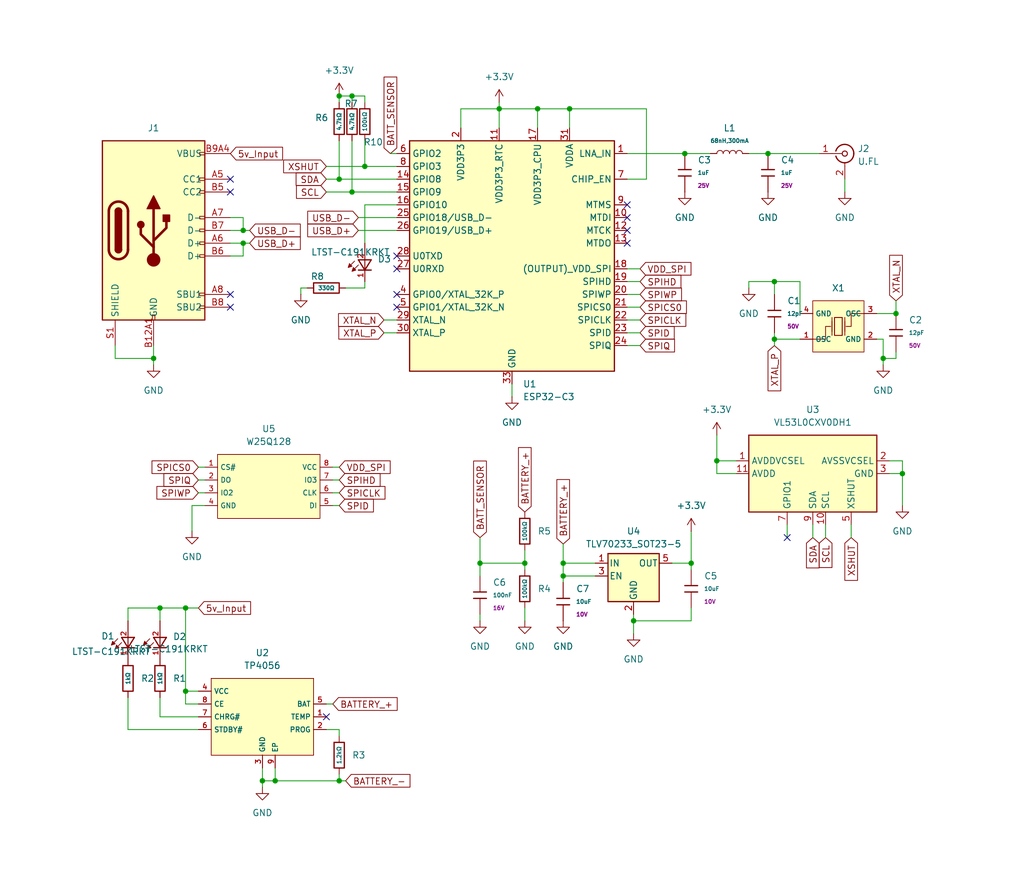
<source format=kicad_sch>
(kicad_sch (version 20250114) (generator "eeschema") (generator_version "9.0")
  (paper "User" 203.2 177.8)
  (junction (at 54.61 154.94))
  (junction (at 113.03 21.59))
  (junction (at 48.26 45.72))
  (junction (at 153.67 55.88))
  (junction (at 135.89 30.48))
  (junction (at 153.67 67.31))
  (junction (at 69.85 38.1))
  (junction (at 30.48 71.12))
  (junction (at 69.85 19.05))
  (junction (at 95.25 111.76))
  (junction (at 31.75 120.65))
  (junction (at 177.8 62.23))
  (junction (at 106.68 21.59))
  (junction (at 142.24 91.44))
  (junction (at 67.31 19.05))
  (junction (at 125.73 123.19))
  (junction (at 111.76 111.76))
  (junction (at 67.31 35.56))
  (junction (at 72.39 33.02))
  (junction (at 99.06 21.59))
  (junction (at 137.16 111.76))
  (junction (at 104.14 111.76))
  (junction (at 179.07 93.98))
  (junction (at 36.83 137.16))
  (junction (at 175.26 71.12))
  (junction (at 67.31 154.94))
  (junction (at 52.07 154.94))
  (junction (at 36.83 120.65))
  (junction (at 48.26 48.26))
  (junction (at 111.76 114.3))
  (junction (at 152.4 30.48))
  (no_connect (at 45.72 58.42))
  (no_connect (at 78.74 58.42))
  (no_connect (at 124.46 40.64))
  (no_connect (at 45.72 60.96))
  (no_connect (at 124.46 45.72))
  (no_connect (at 156.21 106.68))
  (no_connect (at 64.77 142.24))
  (no_connect (at 78.74 53.34))
  (no_connect (at 124.46 43.18))
  (no_connect (at 78.74 60.96))
  (no_connect (at 124.46 48.26))
  (no_connect (at 45.72 38.1))
  (no_connect (at 45.72 35.56))
  (no_connect (at 78.74 50.8))
  (wire (pts (xy 111.76 114.3) (xy 118.11 114.3)))
  (wire (pts (xy 45.72 43.18) (xy 48.26 43.18)))
  (wire (pts (xy 175.26 71.12) (xy 177.8 71.12)))
  (wire (pts (xy 142.24 91.44) (xy 142.24 86.36)))
  (wire (pts (xy 72.39 33.02) (xy 78.74 33.02)))
  (wire (pts (xy 60.96 57.15) (xy 59.69 57.15)))
  (wire (pts (xy 153.67 55.88) (xy 158.75 55.88)))
  (wire (pts (xy 39.37 97.79) (xy 40.64 97.79)))
  (wire (pts (xy 52.07 152.4) (xy 52.07 154.94)))
  (wire (pts (xy 67.31 153.67) (xy 67.31 154.94)))
  (wire (pts (xy 156.21 104.14) (xy 156.21 106.68)))
  (wire (pts (xy 142.24 91.44) (xy 146.05 91.44)))
  (wire (pts (xy 95.25 111.76) (xy 104.14 111.76)))
  (wire (pts (xy 48.26 50.8) (xy 48.26 48.26)))
  (wire (pts (xy 78.74 40.64) (xy 72.39 40.64)))
  (wire (pts (xy 69.85 19.05) (xy 67.31 19.05)))
  (wire (pts (xy 125.73 125.73) (xy 125.73 123.19)))
  (wire (pts (xy 66.04 100.33) (xy 67.31 100.33)))
  (wire (pts (xy 38.1 100.33) (xy 38.1 105.41)))
  (wire (pts (xy 69.85 20.32) (xy 69.85 19.05)))
  (wire (pts (xy 167.64 35.56) (xy 167.64 38.1)))
  (wire (pts (xy 148.59 30.48) (xy 152.4 30.48)))
  (wire (pts (xy 76.2 63.5) (xy 78.74 63.5)))
  (wire (pts (xy 161.29 104.14) (xy 161.29 106.68)))
  (wire (pts (xy 71.12 45.72) (xy 78.74 45.72)))
  (wire (pts (xy 148.59 55.88) (xy 148.59 57.15)))
  (wire (pts (xy 64.77 144.78) (xy 67.31 144.78)))
  (wire (pts (xy 168.91 104.14) (xy 168.91 106.68)))
  (wire (pts (xy 163.83 104.14) (xy 163.83 106.68)))
  (wire (pts (xy 111.76 107.95) (xy 111.76 111.76)))
  (wire (pts (xy 124.46 58.42) (xy 127 58.42)))
  (wire (pts (xy 48.26 45.72) (xy 49.53 45.72)))
  (wire (pts (xy 99.06 21.59) (xy 99.06 25.4)))
  (wire (pts (xy 158.75 62.23) (xy 158.75 55.88)))
  (wire (pts (xy 153.67 66.04) (xy 153.67 67.31)))
  (wire (pts (xy 25.4 144.78) (xy 39.37 144.78)))
  (wire (pts (xy 146.05 93.98) (xy 142.24 93.98)))
  (wire (pts (xy 124.46 60.96) (xy 127 60.96)))
  (wire (pts (xy 72.39 55.88) (xy 72.39 57.15)))
  (wire (pts (xy 66.04 95.25) (xy 67.31 95.25)))
  (wire (pts (xy 72.39 57.15) (xy 68.58 57.15)))
  (wire (pts (xy 175.26 67.31) (xy 175.26 71.12)))
  (wire (pts (xy 64.77 38.1) (xy 69.85 38.1)))
  (wire (pts (xy 67.31 35.56) (xy 78.74 35.56)))
  (wire (pts (xy 25.4 120.65) (xy 31.75 120.65)))
  (wire (pts (xy 104.14 120.65) (xy 104.14 123.19)))
  (wire (pts (xy 67.31 27.94) (xy 67.31 35.56)))
  (wire (pts (xy 66.04 97.79) (xy 67.31 97.79)))
  (wire (pts (xy 31.75 120.65) (xy 36.83 120.65)))
  (wire (pts (xy 52.07 154.94) (xy 52.07 156.21)))
  (wire (pts (xy 22.86 68.58) (xy 22.86 71.12)))
  (wire (pts (xy 64.77 35.56) (xy 67.31 35.56)))
  (wire (pts (xy 30.48 71.12) (xy 30.48 72.39)))
  (wire (pts (xy 48.26 43.18) (xy 48.26 45.72)))
  (wire (pts (xy 106.68 21.59) (xy 106.68 25.4)))
  (wire (pts (xy 69.85 19.05) (xy 72.39 19.05)))
  (wire (pts (xy 124.46 35.56) (xy 128.27 35.56)))
  (wire (pts (xy 30.48 68.58) (xy 30.48 71.12)))
  (wire (pts (xy 91.44 21.59) (xy 91.44 25.4)))
  (wire (pts (xy 31.75 120.65) (xy 31.75 123.19)))
  (wire (pts (xy 72.39 20.32) (xy 72.39 19.05)))
  (wire (pts (xy 45.72 50.8) (xy 48.26 50.8)))
  (wire (pts (xy 31.75 138.43) (xy 31.75 142.24)))
  (wire (pts (xy 39.37 92.71) (xy 40.64 92.71)))
  (wire (pts (xy 59.69 57.15) (xy 59.69 58.42)))
  (wire (pts (xy 95.25 106.68) (xy 95.25 111.76)))
  (wire (pts (xy 69.85 38.1) (xy 78.74 38.1)))
  (wire (pts (xy 104.14 109.22) (xy 104.14 111.76)))
  (wire (pts (xy 152.4 30.48) (xy 162.56 30.48)))
  (wire (pts (xy 54.61 154.94) (xy 52.07 154.94)))
  (wire (pts (xy 176.53 93.98) (xy 179.07 93.98)))
  (wire (pts (xy 39.37 120.65) (xy 36.83 120.65)))
  (wire (pts (xy 66.04 92.71) (xy 67.31 92.71)))
  (wire (pts (xy 67.31 154.94) (xy 68.58 154.94)))
  (wire (pts (xy 67.31 154.94) (xy 54.61 154.94)))
  (wire (pts (xy 54.61 152.4) (xy 54.61 154.94)))
  (wire (pts (xy 124.46 66.04) (xy 127 66.04)))
  (wire (pts (xy 39.37 139.7) (xy 36.83 139.7)))
  (wire (pts (xy 128.27 21.59) (xy 113.03 21.59)))
  (wire (pts (xy 31.75 142.24) (xy 39.37 142.24)))
  (wire (pts (xy 39.37 137.16) (xy 36.83 137.16)))
  (wire (pts (xy 22.86 71.12) (xy 30.48 71.12)))
  (wire (pts (xy 124.46 68.58) (xy 127 68.58)))
  (wire (pts (xy 95.25 111.76) (xy 95.25 114.3)))
  (wire (pts (xy 48.26 48.26) (xy 49.53 48.26)))
  (wire (pts (xy 45.72 48.26) (xy 48.26 48.26)))
  (wire (pts (xy 72.39 40.64) (xy 72.39 48.26)))
  (wire (pts (xy 104.14 111.76) (xy 104.14 113.03)))
  (wire (pts (xy 153.67 67.31) (xy 158.75 67.31)))
  (wire (pts (xy 133.35 111.76) (xy 137.16 111.76)))
  (wire (pts (xy 111.76 115.57) (xy 111.76 114.3)))
  (wire (pts (xy 95.25 121.92) (xy 95.25 123.19)))
  (wire (pts (xy 40.64 100.33) (xy 38.1 100.33)))
  (wire (pts (xy 106.68 21.59) (xy 99.06 21.59)))
  (wire (pts (xy 179.07 91.44) (xy 179.07 93.98)))
  (wire (pts (xy 173.99 62.23) (xy 177.8 62.23)))
  (wire (pts (xy 36.83 137.16) (xy 36.83 120.65)))
  (wire (pts (xy 125.73 121.92) (xy 125.73 123.19)))
  (wire (pts (xy 153.67 55.88) (xy 148.59 55.88)))
  (wire (pts (xy 177.8 69.85) (xy 177.8 71.12)))
  (wire (pts (xy 113.03 21.59) (xy 106.68 21.59)))
  (wire (pts (xy 25.4 138.43) (xy 25.4 144.78)))
  (wire (pts (xy 71.12 43.18) (xy 78.74 43.18)))
  (wire (pts (xy 111.76 114.3) (xy 111.76 111.76)))
  (wire (pts (xy 39.37 95.25) (xy 40.64 95.25)))
  (wire (pts (xy 124.46 63.5) (xy 127 63.5)))
  (wire (pts (xy 153.67 58.42) (xy 153.67 55.88)))
  (wire (pts (xy 137.16 123.19) (xy 125.73 123.19)))
  (wire (pts (xy 76.2 66.04) (xy 78.74 66.04)))
  (wire (pts (xy 124.46 30.48) (xy 135.89 30.48)))
  (wire (pts (xy 176.53 91.44) (xy 179.07 91.44)))
  (wire (pts (xy 69.85 27.94) (xy 69.85 38.1)))
  (wire (pts (xy 77.47 30.48) (xy 78.74 30.48)))
  (wire (pts (xy 64.77 139.7) (xy 66.04 139.7)))
  (wire (pts (xy 101.6 76.2) (xy 101.6 78.74)))
  (wire (pts (xy 179.07 93.98) (xy 179.07 100.33)))
  (wire (pts (xy 124.46 55.88) (xy 127 55.88)))
  (wire (pts (xy 175.26 71.12) (xy 175.26 72.39)))
  (wire (pts (xy 137.16 111.76) (xy 137.16 113.03)))
  (wire (pts (xy 111.76 111.76) (xy 118.11 111.76)))
  (wire (pts (xy 128.27 35.56) (xy 128.27 21.59)))
  (wire (pts (xy 113.03 25.4) (xy 113.03 21.59)))
  (wire (pts (xy 137.16 120.65) (xy 137.16 123.19)))
  (wire (pts (xy 67.31 144.78) (xy 67.31 146.05)))
  (wire (pts (xy 99.06 21.59) (xy 91.44 21.59)))
  (wire (pts (xy 135.89 30.48) (xy 140.97 30.48)))
  (wire (pts (xy 173.99 67.31) (xy 175.26 67.31)))
  (wire (pts (xy 67.31 20.32) (xy 67.31 19.05)))
  (wire (pts (xy 99.06 20.32) (xy 99.06 21.59)))
  (wire (pts (xy 36.83 139.7) (xy 36.83 137.16)))
  (wire (pts (xy 137.16 111.76) (xy 137.16 105.41)))
  (wire (pts (xy 142.24 93.98) (xy 142.24 91.44)))
  (wire (pts (xy 64.77 33.02) (xy 72.39 33.02)))
  (wire (pts (xy 25.4 123.19) (xy 25.4 120.65)))
  (wire (pts (xy 177.8 59.69) (xy 177.8 62.23)))
  (wire (pts (xy 124.46 53.34) (xy 127 53.34)))
  (wire (pts (xy 72.39 27.94) (xy 72.39 33.02)))
  (wire (pts (xy 45.72 45.72) (xy 48.26 45.72)))
  (wire (pts (xy 153.67 68.58) (xy 153.67 67.31)))
  (global_label "XSHUT" (shape input) (at 168.91 106.68 270) (property "Intersheetrefs" "${INTERSHEET_REFS}" (effects (hide yes))))
  (global_label "SCL" (shape input) (at 163.83 106.68 270) (property "Intersheetrefs" "${INTERSHEET_REFS}" (effects (hide yes))))
  (global_label "SCL" (shape input) (at 64.77 38.1 180) (property "Intersheetrefs" "${INTERSHEET_REFS}" (effects (hide yes))))
  (global_label "BATTERY_+" (shape input) (at 111.76 107.95 90) (property "Intersheetrefs" "${INTERSHEET_REFS}" (effects (hide yes))))
  (global_label "SPIHD" (shape input) (at 127 55.88 0) (property "Intersheetrefs" "${INTERSHEET_REFS}" (effects (hide yes))))
  (global_label "BATTERY_-" (shape input) (at 68.58 154.94 0) (property "Intersheetrefs" "${INTERSHEET_REFS}" (effects (hide yes))))
  (global_label "SDA" (shape input) (at 161.29 106.68 270) (property "Intersheetrefs" "${INTERSHEET_REFS}" (effects (hide yes))))
  (global_label "SDA" (shape input) (at 64.77 35.56 180) (property "Intersheetrefs" "${INTERSHEET_REFS}" (effects (hide yes))))
  (global_label "SPIHD" (shape input) (at 67.31 95.25 0) (property "Intersheetrefs" "${INTERSHEET_REFS}" (effects (hide yes))))
  (global_label "5v_Input" (shape input) (at 45.72 30.48 0) (property "Intersheetrefs" "${INTERSHEET_REFS}" (effects (hide yes))))
  (global_label "XTAL_N" (shape input) (at 76.2 63.5 180) (property "Intersheetrefs" "${INTERSHEET_REFS}" (effects (hide yes))))
  (global_label "VDD_SPI" (shape input) (at 67.31 92.71 0) (property "Intersheetrefs" "${INTERSHEET_REFS}" (effects (hide yes))))
  (global_label "BATTERY_+" (shape input) (at 104.14 101.6 90) (property "Intersheetrefs" "${INTERSHEET_REFS}" (effects (hide yes))))
  (global_label "XTAL_N" (shape input) (at 177.8 59.69 90) (property "Intersheetrefs" "${INTERSHEET_REFS}" (effects (hide yes))))
  (global_label "USB_D-" (shape input) (at 49.53 45.72 0) (property "Intersheetrefs" "${INTERSHEET_REFS}" (effects (hide yes))))
  (global_label "5v_Input" (shape input) (at 39.37 120.65 0) (property "Intersheetrefs" "${INTERSHEET_REFS}" (effects (hide yes))))
  (global_label "XTAL_P" (shape input) (at 153.67 68.58 270) (property "Intersheetrefs" "${INTERSHEET_REFS}" (effects (hide yes))))
  (global_label "SPIWP" (shape input) (at 127 58.42 0) (property "Intersheetrefs" "${INTERSHEET_REFS}" (effects (hide yes))))
  (global_label "USB_D-" (shape input) (at 71.12 43.18 180) (property "Intersheetrefs" "${INTERSHEET_REFS}" (effects (hide yes))))
  (global_label "BATTERY_+" (shape input) (at 66.04 139.7 0) (property "Intersheetrefs" "${INTERSHEET_REFS}" (effects (hide yes))))
  (global_label "SPID" (shape input) (at 67.31 100.33 0) (property "Intersheetrefs" "${INTERSHEET_REFS}" (effects (hide yes))))
  (global_label "BATT_SENSOR" (shape input) (at 77.47 30.48 90) (property "Intersheetrefs" "${INTERSHEET_REFS}" (effects (hide yes))))
  (global_label "SPIQ" (shape input) (at 127 68.58 0) (property "Intersheetrefs" "${INTERSHEET_REFS}" (effects (hide yes))))
  (global_label "SPID" (shape input) (at 127 66.04 0) (property "Intersheetrefs" "${INTERSHEET_REFS}" (effects (hide yes))))
  (global_label "SPICS0" (shape input) (at 127 60.96 0) (property "Intersheetrefs" "${INTERSHEET_REFS}" (effects (hide yes))))
  (global_label "USB_D+" (shape input) (at 71.12 45.72 180) (property "Intersheetrefs" "${INTERSHEET_REFS}" (effects (hide yes))))
  (global_label "SPICLK" (shape input) (at 67.31 97.79 0) (property "Intersheetrefs" "${INTERSHEET_REFS}" (effects (hide yes))))
  (global_label "SPIWP" (shape input) (at 39.37 97.79 180) (property "Intersheetrefs" "${INTERSHEET_REFS}" (effects (hide yes))))
  (global_label "SPICS0" (shape input) (at 39.37 92.71 180) (property "Intersheetrefs" "${INTERSHEET_REFS}" (effects (hide yes))))
  (global_label "XSHUT" (shape input) (at 64.77 33.02 180) (property "Intersheetrefs" "${INTERSHEET_REFS}" (effects (hide yes))))
  (global_label "USB_D+" (shape input) (at 49.53 48.26 0) (property "Intersheetrefs" "${INTERSHEET_REFS}" (effects (hide yes))))
  (global_label "SPIQ" (shape input) (at 39.37 95.25 180) (property "Intersheetrefs" "${INTERSHEET_REFS}" (effects (hide yes))))
  (global_label "BATT_SENSOR" (shape input) (at 95.25 106.68 90) (property "Intersheetrefs" "${INTERSHEET_REFS}" (effects (hide yes))))
  (global_label "SPICLK" (shape input) (at 127 63.5 0) (property "Intersheetrefs" "${INTERSHEET_REFS}" (effects (hide yes))))
  (global_label "VDD_SPI" (shape input) (at 127 53.34 0) (property "Intersheetrefs" "${INTERSHEET_REFS}" (effects (hide yes))))
  (global_label "XTAL_P" (shape input) (at 76.2 66.04 180) (property "Intersheetrefs" "${INTERSHEET_REFS}" (effects (hide yes))))
  (symbol (lib_id "power:GND") (at 30.48 72.39 0) (unit 1)
    (property "Reference" "#PWR01" (effects (hide yes)))
    (property "Value" "GND" (at 30.48 77.47 0))
    (property "Description" "Power symbol creates a global label with name \"GND\" , ground" (effects (hide yes)))
  )
  (symbol (lib_id "PCM_JLCPCB-Resistors:0402,4.7kΩ") (at 67.31 24.13 0) (unit 1)
    (property "Reference" "R6" (at 62.484 23.368 0) (effects (justify left)))
    (property "Value" "4.7kΩ" (at 67.31 24.13 90) (effects (font (size 0.8 0.8))))
    (property "Footprint" "PCM_JLCPCB:R_0402" (effects (hide yes)))
    (property "Datasheet" "https://www.lcsc.com/datasheet/lcsc_datasheet_2206010045_UNI-ROYAL-Uniroyal-Elec-0402WGF4701TCE_C25900.pdf" (effects (hide yes)))
    (property "Description" "62.5mW Thick Film Resistors 50V ±100ppm/°C ±1% 4.7kΩ 0402 Chip Resistor - Surface Mount ROHS" (effects (hide yes)))
    (property "LCSC" "C25900" (effects (hide yes)))
    (property "Stock" "7644059" (effects (hide yes)))
    (property "Price" "0.004USD" (effects (hide yes)))
    (property "Process" "SMT" (effects (hide yes)))
    (property "Minimum Qty" "20" (effects (hide yes)))
    (property "Attrition Qty" "10" (effects (hide yes)))
    (property "Class" "Basic Component" (effects (hide yes)))
    (property "Category" "Resistors,Chip Resistor - Surface Mount" (effects (hide yes)))
    (property "Manufacturer" "UNI-ROYAL(Uniroyal Elec)" (effects (hide yes)))
    (property "Part" "0402WGF4701TCE" (effects (hide yes)))
    (property "Resistance" "4.7kΩ" (effects (hide yes)))
    (property "Power(Watts)" "62.5mW" (effects (hide yes)))
    (property "Type" "Thick Film Resistors" (effects (hide yes)))
    (property "Overload Voltage (Max)" "50V" (effects (hide yes)))
    (property "Operating Temperature Range" "-55°C~+155°C" (effects (hide yes)))
    (property "Tolerance" "±1%" (effects (hide yes)))
    (property "Temperature Coefficient" "±100ppm/°C" (effects (hide yes)))
  )
  (symbol (lib_id "PCM_JLCPCB-Resistors:0402,100kΩ") (at 104.14 116.84 0) (unit 1)
    (property "Reference" "R4" (at 106.68 116.8399 0) (effects (justify left)))
    (property "Value" "100kΩ" (at 104.14 116.84 90) (effects (font (size 0.8 0.8))))
    (property "Footprint" "PCM_JLCPCB:R_0402" (effects (hide yes)))
    (property "Datasheet" "https://www.lcsc.com/datasheet/lcsc_datasheet_2206010100_UNI-ROYAL-Uniroyal-Elec-0402WGF1003TCE_C25741.pdf" (effects (hide yes)))
    (property "Description" "62.5mW Thick Film Resistors 50V ±100ppm/°C ±1% 100kΩ 0402 Chip Resistor - Surface Mount ROHS" (effects (hide yes)))
    (property "LCSC" "C25741" (effects (hide yes)))
    (property "Stock" "6969783" (effects (hide yes)))
    (property "Price" "0.004USD" (effects (hide yes)))
    (property "Process" "SMT" (effects (hide yes)))
    (property "Minimum Qty" "20" (effects (hide yes)))
    (property "Attrition Qty" "10" (effects (hide yes)))
    (property "Class" "Basic Component" (effects (hide yes)))
    (property "Category" "Resistors,Chip Resistor - Surface Mount" (effects (hide yes)))
    (property "Manufacturer" "UNI-ROYAL(Uniroyal Elec)" (effects (hide yes)))
    (property "Part" "0402WGF1003TCE" (effects (hide yes)))
    (property "Resistance" "100kΩ" (effects (hide yes)))
    (property "Power(Watts)" "62.5mW" (effects (hide yes)))
    (property "Type" "Thick Film Resistors" (effects (hide yes)))
    (property "Overload Voltage (Max)" "50V" (effects (hide yes)))
    (property "Operating Temperature Range" "-55°C~+155°C" (effects (hide yes)))
    (property "Tolerance" "±1%" (effects (hide yes)))
    (property "Temperature Coefficient" "±100ppm/°C" (effects (hide yes)))
  )
  (symbol (lib_id "PCM_JLCPCB-Capacitors:0402,12pF") (at 177.8 66.04 180) (unit 1)
    (property "Reference" "C2" (at 180.34 63.4999 0) (effects (justify right)))
    (property "Value" "12pF" (at 180.34 66.04 0) (effects (font (size 0.8 0.8)) (justify right)))
    (property "Footprint" "PCM_JLCPCB:C_0402" (effects (hide yes)))
    (property "Datasheet" "https://www.lcsc.com/datasheet/lcsc_datasheet_2304140030_FH--Guangdong-Fenghua-Advanced-Tech-0402CG120J500NT_C1547.pdf" (effects (hide yes)))
    (property "Description" "50V 12pF C0G ±5% 0402 Multilayer Ceramic Capacitors MLCC - SMD/SMT ROHS" (effects (hide yes)))
    (property "LCSC" "C1547" (effects (hide yes)))
    (property "Stock" "2360965" (effects (hide yes)))
    (property "Price" "0.004USD" (effects (hide yes)))
    (property "Process" "SMT" (effects (hide yes)))
    (property "Minimum Qty" "20" (effects (hide yes)))
    (property "Attrition Qty" "10" (effects (hide yes)))
    (property "Class" "Basic Component" (effects (hide yes)))
    (property "Category" "Capacitors,Multilayer Ceramic Capacitors MLCC - SMD/SMT" (effects (hide yes)))
    (property "Manufacturer" "FH(Guangdong Fenghua Advanced Tech)" (effects (hide yes)))
    (property "Part" "0402CG120J500NT" (effects (hide yes)))
    (property "Voltage Rated" "50V" (at 180.34 68.58 0) (effects (font (size 0.8 0.8)) (justify right)))
    (property "Tolerance" "±5%" (effects (hide yes)))
    (property "Capacitance" "12pF" (effects (hide yes)))
    (property "Temperature Coefficient" "C0G" (effects (hide yes)))
  )
  (symbol (lib_id "PCM_JLCPCB-Extended:Connector, USB-TYPE-C-16P") (at 30.48 45.72 0) (unit 1)
    (property "Reference" "J1" (at 30.48 25.4 0))
    (property "Value" "Connector, USB-TYPE-C-16P" (effects (hide yes)))
    (property "Footprint" "PCM_JLCPCB:TYPE-C-SMD_HX-TYPE-C-16PIN" (effects (hide yes)))
    (property "Datasheet" "https://atta.szlcsc.com/upload/public/pdf/source/20220920/0EF8F885FCCEA71F60E9E85152155021.pdf" (effects (hide yes)))
    (property "Description" "3A 1 Horizontal attachment 16P Female -25℃~+85℃ Type-C SMD USB Connectors ROHS" (effects (hide yes)))
    (property "LCSC" "C2927039" (effects (hide yes)))
  )
  (symbol (lib_id "power:+3.3V") (at 99.06 20.32 0) (unit 1)
    (property "Reference" "#PWR012" (effects (hide yes)))
    (property "Value" "+3.3V" (at 99.06 15.24 0))
    (property "Description" "Power symbol creates a global label with name \"+3.3V\"" (effects (hide yes)))
  )
  (symbol (lib_id "LTST-C191KRKT:LTST-C191KRKT") (at 72.39 53.34 0) (unit 1)
    (property "Reference" "D3" (at 74.93 51.4095 0) (effects (justify left)))
    (property "Value" "LTST-C191KRKT" (at 61.722 50.038 0) (effects (justify left)))
    (property "Footprint" "LTST-C191KRKT:0603" (effects (hide yes)))
    (property "MF" "Lite-On Inc." (effects (hide yes)))
    (property "Description_1" "Red 631nm LED Indication - Discrete 2V 0603 (1608 Metric)" (effects (hide yes)))
    (property "Package" "0603 Lite-On Inc." (effects (hide yes)))
    (property "Price" "None" (effects (hide yes)))
    (property "SnapEDA_Link" "https://www.snapeda.com/parts/LTST-C191KRKT/Lite-On/view-part/?ref=snap" (effects (hide yes)))
    (property "MP" "LTST-C191KRKT" (effects (hide yes)))
    (property "Availability" "In Stock" (effects (hide yes)))
    (property "Check_prices" "https://www.snapeda.com/parts/LTST-C191KRKT/Lite-On/view-part/?ref=eda" (effects (hide yes)))
  )
  (symbol (lib_id "power:GND") (at 104.14 123.19 0) (unit 1)
    (property "Reference" "#PWR09" (effects (hide yes)))
    (property "Value" "GND" (at 104.14 128.27 0))
    (property "Description" "Power symbol creates a global label with name \"GND\" , ground" (effects (hide yes)))
  )
  (symbol (lib_id "Sensor_Distance:VL53L0CXV0DH1") (at 161.29 93.98 90) (unit 1)
    (property "Reference" "U3" (at 161.29 81.28 90))
    (property "Value" "VL53L0CXV0DH1" (at 161.29 83.82 90))
    (property "Footprint" "Sensor_Distance:ST_VL53L1x" (effects (hide yes)))
    (property "Datasheet" "https://www.st.com/resource/en/datasheet/vl53l0x.pdf" (effects (hide yes)))
    (property "Description" "2m distance ranging ToF sensor, Optical LGA12" (effects (hide yes)))
  )
  (symbol (lib_id "PCM_JLCPCB-Extended:MCU, ESP32-C3") (at 101.6 50.8 0) (unit 1)
    (property "Reference" "U1" (at 103.7433 76.2 0) (effects (justify left)))
    (property "Value" "ESP32-C3" (at 103.7433 78.74 0) (effects (justify left)))
    (property "Footprint" "PCM_JLCPCB:QFN-32-1EP_5x5mm_P0.5mm_EP3.7x3.7mm_ThermalVias" (effects (hide yes)))
    (property "Datasheet" "https://www.espressif.com/sites/default/files/documentation/esp32-c3_datasheet_en.pdf" (effects (hide yes)))
    (property "Description" "RF Module, ESP32 SoC, RISC-V, WiFi 802.11b/n/g, Bluetooth LE 5, QFN32" (effects (hide yes)))
    (property "LCSC" "C2838500" (effects (hide yes)))
  )
  (symbol (lib_id "PCM_JLCPCB-Resistors:0402,100kΩ") (at 104.14 105.41 0) (unit 1)
    (property "Reference" "R5" (at 106.68 105.4099 0) (effects (justify left)))
    (property "Value" "100kΩ" (at 104.14 105.41 90) (effects (font (size 0.8 0.8))))
    (property "Footprint" "PCM_JLCPCB:R_0402" (effects (hide yes)))
    (property "Datasheet" "https://www.lcsc.com/datasheet/lcsc_datasheet_2206010100_UNI-ROYAL-Uniroyal-Elec-0402WGF1003TCE_C25741.pdf" (effects (hide yes)))
    (property "Description" "62.5mW Thick Film Resistors 50V ±100ppm/°C ±1% 100kΩ 0402 Chip Resistor - Surface Mount ROHS" (effects (hide yes)))
    (property "LCSC" "C25741" (effects (hide yes)))
    (property "Stock" "6969783" (effects (hide yes)))
    (property "Price" "0.004USD" (effects (hide yes)))
    (property "Process" "SMT" (effects (hide yes)))
    (property "Minimum Qty" "20" (effects (hide yes)))
    (property "Attrition Qty" "10" (effects (hide yes)))
    (property "Class" "Basic Component" (effects (hide yes)))
    (property "Category" "Resistors,Chip Resistor - Surface Mount" (effects (hide yes)))
    (property "Manufacturer" "UNI-ROYAL(Uniroyal Elec)" (effects (hide yes)))
    (property "Part" "0402WGF1003TCE" (effects (hide yes)))
    (property "Resistance" "100kΩ" (effects (hide yes)))
    (property "Power(Watts)" "62.5mW" (effects (hide yes)))
    (property "Type" "Thick Film Resistors" (effects (hide yes)))
    (property "Overload Voltage (Max)" "50V" (effects (hide yes)))
    (property "Operating Temperature Range" "-55°C~+155°C" (effects (hide yes)))
    (property "Tolerance" "±1%" (effects (hide yes)))
    (property "Temperature Coefficient" "±100ppm/°C" (effects (hide yes)))
  )
  (symbol (lib_id "power:GND") (at 95.25 123.19 0) (unit 1)
    (property "Reference" "#PWR013" (effects (hide yes)))
    (property "Value" "GND" (at 95.25 128.27 0))
    (property "Description" "Power symbol creates a global label with name \"GND\" , ground" (effects (hide yes)))
  )
  (symbol (lib_id "power:GND") (at 167.64 38.1 0) (unit 1)
    (property "Reference" "#PWR08" (effects (hide yes)))
    (property "Value" "GND" (at 167.64 43.18 0))
    (property "Description" "Power symbol creates a global label with name \"GND\" , ground" (effects (hide yes)))
  )
  (symbol (lib_id "power:GND") (at 59.69 58.42 0) (unit 1)
    (property "Reference" "#PWR016" (effects (hide yes)))
    (property "Value" "GND" (at 59.69 63.5 0))
    (property "Description" "Power symbol creates a global label with name \"GND\" , ground" (effects (hide yes)))
  )
  (symbol (lib_id "PCM_JLCPCB-Crystals:Crystal, 16MHz, 9pF") (at 166.37 64.77 0) (unit 1)
    (property "Reference" "X1" (at 166.37 57.15 0))
    (property "Value" "X322516MLB4SI" (effects (hide yes)))
    (property "Footprint" "PCM_JLCPCB:OSC-SMD_4P-L3.2-W2.5-BL" (effects (hide yes)))
    (property "Datasheet" "https://www.lcsc.com/datasheet/lcsc_datasheet_2403291504_YXC-Crystal-Oscillators-X322516MLB4SI_C13738.pdf" (effects (hide yes)))
    (property "Description" "16MHz Surface Mount Crystal 9pF ±10ppm ±20ppm SMD3225-4P Crystals ROHS" (effects (hide yes)))
    (property "LCSC" "C13738" (effects (hide yes)))
    (property "Stock" "162087" (effects (hide yes)))
    (property "Price" "0.068USD" (effects (hide yes)))
    (property "Process" "SMT" (effects (hide yes)))
    (property "Minimum Qty" "5" (effects (hide yes)))
    (property "Attrition Qty" "4" (effects (hide yes)))
    (property "Class" "Basic Component" (effects (hide yes)))
    (property "Category" "Crystals/Oscillators/Resonators,Crystals" (effects (hide yes)))
    (property "Manufacturer" "Yangxing Tech" (effects (hide yes)))
    (property "Part" "X322516MLB4SI" (effects (hide yes)))
    (property "Frequency" "16MHz" (effects (hide yes)))
    (property "Frequency Stability" "±20ppm" (effects (hide yes)))
    (property "Operating Temperature" "-40°C~+85°C" (effects (hide yes)))
    (property "Frequency Tolerance" "±10ppm" (effects (hide yes)))
    (property "Crystal Type" "SMD Crystal Resonator" (effects (hide yes)))
    (property "Load Capacitance" "9pF" (effects (hide yes)))
    (property "Normal Temperature Frequency Tolerance" "±10ppm" (effects (hide yes)))
    (property "Type" "Surface Mount Crystal" (effects (hide yes)))
  )
  (symbol (lib_id "power:GND") (at 52.07 156.21 0) (unit 1)
    (property "Reference" "#PWR03" (effects (hide yes)))
    (property "Value" "GND" (at 52.07 161.29 0))
    (property "Description" "Power symbol creates a global label with name \"GND\" , ground" (effects (hide yes)))
  )
  (symbol (lib_id "PCM_JLCPCB-Resistors:0402,4.7kΩ") (at 69.85 24.13 0) (unit 1)
    (property "Reference" "R7" (at 68.326 20.574 0) (effects (justify left)))
    (property "Value" "4.7kΩ" (at 69.85 24.13 90) (effects (font (size 0.8 0.8))))
    (property "Footprint" "PCM_JLCPCB:R_0402" (effects (hide yes)))
    (property "Datasheet" "https://www.lcsc.com/datasheet/lcsc_datasheet_2206010045_UNI-ROYAL-Uniroyal-Elec-0402WGF4701TCE_C25900.pdf" (effects (hide yes)))
    (property "Description" "62.5mW Thick Film Resistors 50V ±100ppm/°C ±1% 4.7kΩ 0402 Chip Resistor - Surface Mount ROHS" (effects (hide yes)))
    (property "LCSC" "C25900" (effects (hide yes)))
    (property "Stock" "7644059" (effects (hide yes)))
    (property "Price" "0.004USD" (effects (hide yes)))
    (property "Process" "SMT" (effects (hide yes)))
    (property "Minimum Qty" "20" (effects (hide yes)))
    (property "Attrition Qty" "10" (effects (hide yes)))
    (property "Class" "Basic Component" (effects (hide yes)))
    (property "Category" "Resistors,Chip Resistor - Surface Mount" (effects (hide yes)))
    (property "Manufacturer" "UNI-ROYAL(Uniroyal Elec)" (effects (hide yes)))
    (property "Part" "0402WGF4701TCE" (effects (hide yes)))
    (property "Resistance" "4.7kΩ" (effects (hide yes)))
    (property "Power(Watts)" "62.5mW" (effects (hide yes)))
    (property "Type" "Thick Film Resistors" (effects (hide yes)))
    (property "Overload Voltage (Max)" "50V" (effects (hide yes)))
    (property "Operating Temperature Range" "-55°C~+155°C" (effects (hide yes)))
    (property "Tolerance" "±1%" (effects (hide yes)))
    (property "Temperature Coefficient" "±100ppm/°C" (effects (hide yes)))
  )
  (symbol (lib_id "PCM_JLCPCB-Extended:RF, Connector, U.FL") (at 167.64 30.48 0) (unit 1)
    (property "Reference" "J2" (at 170.18 29.5031 0) (effects (justify left)))
    (property "Value" "U.FL" (at 170.18 32.0431 0) (effects (justify left)))
    (property "Footprint" "PCM_JLCPCB:IPEX-SMD_BWIPX-1-001E" (effects (hide yes)))
    (property "Datasheet" "https://wmsc.lcsc.com/wmsc/upload/file/pdf/v2/lcsc/2208151830_BAT-WIRELESS-BWU-FL-IPEX1_C5137195.pdf" (effects (hide yes)))
    (property "Description" "coaxial connector (BNC, SMA, SMB, SMC, Cinch/RCA, LEMO, ...)" (effects (hide yes)))
    (property "LCSC" "C5137195" (effects (hide yes)))
  )
  (symbol (lib_id "PCM_JLCPCB-Capacitors:0402,1uF") (at 152.4 34.29 0) (unit 1)
    (property "Reference" "C4" (at 154.94 31.7499 0) (effects (justify left)))
    (property "Value" "1uF" (at 154.94 34.29 0) (effects (font (size 0.8 0.8)) (justify left)))
    (property "Footprint" "PCM_JLCPCB:C_0402" (effects (hide yes)))
    (property "Datasheet" "https://www.lcsc.com/datasheet/lcsc_datasheet_2304140030_Samsung-Electro-Mechanics-CL05A105KA5NQNC_C52923.pdf" (effects (hide yes)))
    (property "Description" "25V 1uF X5R ±10% 0402 Multilayer Ceramic Capacitors MLCC - SMD/SMT ROHS" (effects (hide yes)))
    (property "LCSC" "C52923" (effects (hide yes)))
    (property "Stock" "7021828" (effects (hide yes)))
    (property "Price" "0.006USD" (effects (hide yes)))
    (property "Process" "SMT" (effects (hide yes)))
    (property "Minimum Qty" "20" (effects (hide yes)))
    (property "Attrition Qty" "10" (effects (hide yes)))
    (property "Class" "Basic Component" (effects (hide yes)))
    (property "Category" "Capacitors,Multilayer Ceramic Capacitors MLCC - SMD/SMT" (effects (hide yes)))
    (property "Manufacturer" "Samsung Electro-Mechanics" (effects (hide yes)))
    (property "Part" "CL05A105KA5NQNC" (effects (hide yes)))
    (property "Voltage Rated" "25V" (at 154.94 36.83 0) (effects (font (size 0.8 0.8)) (justify left)))
    (property "Tolerance" "±10%" (effects (hide yes)))
    (property "Capacitance" "1uF" (effects (hide yes)))
    (property "Temperature Coefficient" "X5R" (effects (hide yes)))
  )
  (symbol (lib_id "power:+3.3V") (at 137.16 105.41 0) (unit 1)
    (property "Reference" "#PWR011" (effects (hide yes)))
    (property "Value" "+3.3V" (at 137.16 100.33 0))
    (property "Description" "Power symbol creates a global label with name \"+3.3V\"" (effects (hide yes)))
  )
  (symbol (lib_id "power:GND") (at 175.26 72.39 0) (unit 1)
    (property "Reference" "#PWR04" (effects (hide yes)))
    (property "Value" "GND" (at 175.26 77.47 0))
    (property "Description" "Power symbol creates a global label with name \"GND\" , ground" (effects (hide yes)))
  )
  (symbol (lib_id "power:GND") (at 38.1 105.41 0) (unit 1)
    (property "Reference" "#PWR017" (effects (hide yes)))
    (property "Value" "GND" (at 38.1 110.49 0))
    (property "Description" "Power symbol creates a global label with name \"GND\" , ground" (effects (hide yes)))
  )
  (symbol (lib_id "power:GND") (at 148.59 57.15 0) (unit 1)
    (property "Reference" "#PWR05" (effects (hide yes)))
    (property "Value" "GND" (at 148.59 62.23 0))
    (property "Description" "Power symbol creates a global label with name \"GND\" , ground" (effects (hide yes)))
  )
  (symbol (lib_id "PCM_JLCPCB-Capacitors:0402,1uF") (at 135.89 34.29 0) (unit 1)
    (property "Reference" "C3" (at 138.43 31.7499 0) (effects (justify left)))
    (property "Value" "1uF" (at 138.43 34.29 0) (effects (font (size 0.8 0.8)) (justify left)))
    (property "Footprint" "PCM_JLCPCB:C_0402" (effects (hide yes)))
    (property "Datasheet" "https://www.lcsc.com/datasheet/lcsc_datasheet_2304140030_Samsung-Electro-Mechanics-CL05A105KA5NQNC_C52923.pdf" (effects (hide yes)))
    (property "Description" "25V 1uF X5R ±10% 0402 Multilayer Ceramic Capacitors MLCC - SMD/SMT ROHS" (effects (hide yes)))
    (property "LCSC" "C52923" (effects (hide yes)))
    (property "Stock" "7021828" (effects (hide yes)))
    (property "Price" "0.006USD" (effects (hide yes)))
    (property "Process" "SMT" (effects (hide yes)))
    (property "Minimum Qty" "20" (effects (hide yes)))
    (property "Attrition Qty" "10" (effects (hide yes)))
    (property "Class" "Basic Component" (effects (hide yes)))
    (property "Category" "Capacitors,Multilayer Ceramic Capacitors MLCC - SMD/SMT" (effects (hide yes)))
    (property "Manufacturer" "Samsung Electro-Mechanics" (effects (hide yes)))
    (property "Part" "CL05A105KA5NQNC" (effects (hide yes)))
    (property "Voltage Rated" "25V" (at 138.43 36.83 0) (effects (font (size 0.8 0.8)) (justify left)))
    (property "Tolerance" "±10%" (effects (hide yes)))
    (property "Capacitance" "1uF" (effects (hide yes)))
    (property "Temperature Coefficient" "X5R" (effects (hide yes)))
  )
  (symbol (lib_id "LTST-C191KRKT:LTST-C191KRKT") (at 31.75 128.27 0) (unit 1)
    (property "Reference" "D2" (at 34.29 126.3395 0) (effects (justify left)))
    (property "Value" "LTST-C191KRKT" (at 25.654 128.778 0) (effects (justify left)))
    (property "Footprint" "LTST-C191KRKT:0603" (effects (hide yes)))
    (property "MF" "Lite-On Inc." (effects (hide yes)))
    (property "Description_1" "Red 631nm LED Indication - Discrete 2V 0603 (1608 Metric)" (effects (hide yes)))
    (property "Package" "0603 Lite-On Inc." (effects (hide yes)))
    (property "Price" "None" (effects (hide yes)))
    (property "SnapEDA_Link" "https://www.snapeda.com/parts/LTST-C191KRKT/Lite-On/view-part/?ref=snap" (effects (hide yes)))
    (property "MP" "LTST-C191KRKT" (effects (hide yes)))
    (property "Availability" "In Stock" (effects (hide yes)))
    (property "Check_prices" "https://www.snapeda.com/parts/LTST-C191KRKT/Lite-On/view-part/?ref=eda" (effects (hide yes)))
  )
  (symbol (lib_id "PCM_JLCPCB-Inductors:68nH,300mA") (at 144.78 30.48 90) (unit 1)
    (property "Reference" "L1" (at 144.78 25.4 90))
    (property "Value" "68nH,300mA" (at 144.78 27.94 90) (effects (font (size 0.8 0.8))))
    (property "Footprint" "PCM_JLCPCB:L_0603" (effects (hide yes)))
    (property "Datasheet" "https://www.lcsc.com/datasheet/lcsc_datasheet_2310301641_Sunlord-SDCL1608C68NJTDF_C13415.pdf" (effects (hide yes)))
    (property "Description" "300mA 68nH ±5% 850mΩ 0603 Inductors (SMD) ROHS" (effects (hide yes)))
    (property "LCSC" "C13415" (effects (hide yes)))
    (property "Stock" "37899" (effects (hide yes)))
    (property "Price" "0.013USD" (effects (hide yes)))
    (property "Process" "SMT" (effects (hide yes)))
    (property "Minimum Qty" "20" (effects (hide yes)))
    (property "Attrition Qty" "6" (effects (hide yes)))
    (property "Class" "Preferred Component" (effects (hide yes)))
    (property "Category" "Inductors/Coils/Transformers,Inductors (SMD)" (effects (hide yes)))
    (property "Manufacturer" "Sunlord" (effects (hide yes)))
    (property "Part" "SDCL1608C68NJTDF" (effects (hide yes)))
    (property "Inductance" "68nH" (effects (hide yes)))
    (property "Q @ Freq" "12@100MHz" (effects (hide yes)))
    (property "Frequency - Self Resonant" "900MHz" (effects (hide yes)))
    (property "Tolerance" "±5%" (effects (hide yes)))
    (property "Rated Current" "300mA" (effects (hide yes)))
    (property "DC Resistance (DCR)" "850mΩ" (effects (hide yes)))
  )
  (symbol (lib_id "PCM_JLCPCB-Resistors:0402,100kΩ") (at 72.39 24.13 0) (unit 1)
    (property "Reference" "R10" (at 72.136 28.194 0) (effects (justify left)))
    (property "Value" "100kΩ" (at 72.39 24.13 90) (effects (font (size 0.8 0.8))))
    (property "Footprint" "PCM_JLCPCB:R_0402" (effects (hide yes)))
    (property "Datasheet" "https://www.lcsc.com/datasheet/lcsc_datasheet_2206010100_UNI-ROYAL-Uniroyal-Elec-0402WGF1003TCE_C25741.pdf" (effects (hide yes)))
    (property "Description" "62.5mW Thick Film Resistors 50V ±100ppm/°C ±1% 100kΩ 0402 Chip Resistor - Surface Mount ROHS" (effects (hide yes)))
    (property "LCSC" "C25741" (effects (hide yes)))
    (property "Stock" "6969783" (effects (hide yes)))
    (property "Price" "0.004USD" (effects (hide yes)))
    (property "Process" "SMT" (effects (hide yes)))
    (property "Minimum Qty" "20" (effects (hide yes)))
    (property "Attrition Qty" "10" (effects (hide yes)))
    (property "Class" "Basic Component" (effects (hide yes)))
    (property "Category" "Resistors,Chip Resistor - Surface Mount" (effects (hide yes)))
    (property "Manufacturer" "UNI-ROYAL(Uniroyal Elec)" (effects (hide yes)))
    (property "Part" "0402WGF1003TCE" (effects (hide yes)))
    (property "Resistance" "100kΩ" (effects (hide yes)))
    (property "Power(Watts)" "62.5mW" (effects (hide yes)))
    (property "Type" "Thick Film Resistors" (effects (hide yes)))
    (property "Overload Voltage (Max)" "50V" (effects (hide yes)))
    (property "Operating Temperature Range" "-55°C~+155°C" (effects (hide yes)))
    (property "Tolerance" "±1%" (effects (hide yes)))
    (property "Temperature Coefficient" "±100ppm/°C" (effects (hide yes)))
  )
  (symbol (lib_id "power:GND") (at 101.6 78.74 0) (unit 1)
    (property "Reference" "#PWR02" (effects (hide yes)))
    (property "Value" "GND" (at 101.6 83.82 0))
    (property "Description" "Power symbol creates a global label with name \"GND\" , ground" (effects (hide yes)))
  )
  (symbol (lib_id "PCM_JLCPCB-Resistors:0402,1.2kΩ") (at 67.31 149.86 0) (unit 1)
    (property "Reference" "R3" (at 69.85 149.8599 0) (effects (justify left)))
    (property "Value" "1.2kΩ" (at 67.31 149.86 90) (effects (font (size 0.8 0.8))))
    (property "Footprint" "PCM_JLCPCB:R_0402" (effects (hide yes)))
    (property "Datasheet" "https://www.lcsc.com/datasheet/lcsc_datasheet_2206010045_UNI-ROYAL-Uniroyal-Elec-0402WGF1201TCE_C25862.pdf" (effects (hide yes)))
    (property "Description" "62.5mW Thick Film Resistors 50V ±100ppm/°C ±1% 1.2kΩ 0402 Chip Resistor - Surface Mount ROHS" (effects (hide yes)))
    (property "LCSC" "C25862" (effects (hide yes)))
    (property "Stock" "157017" (effects (hide yes)))
    (property "Price" "0.004USD" (effects (hide yes)))
    (property "Process" "SMT" (effects (hide yes)))
    (property "Minimum Qty" "20" (effects (hide yes)))
    (property "Attrition Qty" "10" (effects (hide yes)))
    (property "Class" "Preferred Component" (effects (hide yes)))
    (property "Category" "Resistors,Chip Resistor - Surface Mount" (effects (hide yes)))
    (property "Manufacturer" "UNI-ROYAL(Uniroyal Elec)" (effects (hide yes)))
    (property "Part" "0402WGF1201TCE" (effects (hide yes)))
    (property "Resistance" "1.2kΩ" (effects (hide yes)))
    (property "Power(Watts)" "62.5mW" (effects (hide yes)))
    (property "Type" "Thick Film Resistors" (effects (hide yes)))
    (property "Overload Voltage (Max)" "50V" (effects (hide yes)))
    (property "Operating Temperature Range" "-55°C~+155°C" (effects (hide yes)))
    (property "Tolerance" "±1%" (effects (hide yes)))
    (property "Temperature Coefficient" "±100ppm/°C" (effects (hide yes)))
  )
  (symbol (lib_id "power:GND") (at 135.89 38.1 0) (unit 1)
    (property "Reference" "#PWR06" (effects (hide yes)))
    (property "Value" "GND" (at 135.89 43.18 0))
    (property "Description" "Power symbol creates a global label with name \"GND\" , ground" (effects (hide yes)))
  )
  (symbol (lib_id "PCM_JLCPCB-Power:Battery, Li-Ion, 1.0A, TP4056") (at 52.07 142.24 0) (unit 1)
    (property "Reference" "U2" (at 52.07 129.54 0))
    (property "Value" "TP4056" (at 52.07 132.08 0))
    (property "Footprint" "PCM_JLCPCB:ESOP-8_L4.9-W3.9-P1.27-LS6.0-BL-EP" (effects (hide yes)))
    (property "Datasheet" "https://www.lcsc.com/datasheet/lcsc_datasheet_1809261820_TOPPOWER-Nanjing-Extension-Microelectronics-TP4056-42-ESOP8_C16581.pdf" (effects (hide yes)))
    (property "Description" "ESOP-8 Battery Management ROHS" (effects (hide yes)))
    (property "LCSC" "C16581" (effects (hide yes)))
    (property "Stock" "56341" (effects (hide yes)))
    (property "Price" "0.179USD" (effects (hide yes)))
    (property "Process" "SMT" (effects (hide yes)))
    (property "Minimum Qty" "1" (effects (hide yes)))
    (property "Attrition Qty" "0" (effects (hide yes)))
    (property "Class" "Preferred Component" (effects (hide yes)))
    (property "Category" "Power Management ICs,Battery Management ICs" (effects (hide yes)))
    (property "Manufacturer" "TOPPOWER(Nanjing Extension Microelectronics)" (effects (hide yes)))
    (property "Part" "TP4056-42-ESOP8" (effects (hide yes)))
  )
  (symbol (lib_id "PCM_JLCPCB-Capacitors:0402,12pF") (at 153.67 62.23 180) (unit 1)
    (property "Reference" "C1" (at 156.21 59.6899 0) (effects (justify right)))
    (property "Value" "12pF" (at 156.21 62.23 0) (effects (font (size 0.8 0.8)) (justify right)))
    (property "Footprint" "PCM_JLCPCB:C_0402" (effects (hide yes)))
    (property "Datasheet" "https://www.lcsc.com/datasheet/lcsc_datasheet_2304140030_FH--Guangdong-Fenghua-Advanced-Tech-0402CG120J500NT_C1547.pdf" (effects (hide yes)))
    (property "Description" "50V 12pF C0G ±5% 0402 Multilayer Ceramic Capacitors MLCC - SMD/SMT ROHS" (effects (hide yes)))
    (property "LCSC" "C1547" (effects (hide yes)))
    (property "Stock" "2360965" (effects (hide yes)))
    (property "Price" "0.004USD" (effects (hide yes)))
    (property "Process" "SMT" (effects (hide yes)))
    (property "Minimum Qty" "20" (effects (hide yes)))
    (property "Attrition Qty" "10" (effects (hide yes)))
    (property "Class" "Basic Component" (effects (hide yes)))
    (property "Category" "Capacitors,Multilayer Ceramic Capacitors MLCC - SMD/SMT" (effects (hide yes)))
    (property "Manufacturer" "FH(Guangdong Fenghua Advanced Tech)" (effects (hide yes)))
    (property "Part" "0402CG120J500NT" (effects (hide yes)))
    (property "Voltage Rated" "50V" (at 156.21 64.77 0) (effects (font (size 0.8 0.8)) (justify right)))
    (property "Tolerance" "±5%" (effects (hide yes)))
    (property "Capacitance" "12pF" (effects (hide yes)))
    (property "Temperature Coefficient" "C0G" (effects (hide yes)))
  )
  (symbol (lib_id "power:GND") (at 125.73 125.73 0) (unit 1)
    (property "Reference" "#PWR010" (effects (hide yes)))
    (property "Value" "GND" (at 125.73 130.81 0))
    (property "Description" "Power symbol creates a global label with name \"GND\" , ground" (effects (hide yes)))
  )
  (symbol (lib_id "power:GND") (at 152.4 38.1 0) (unit 1)
    (property "Reference" "#PWR07" (effects (hide yes)))
    (property "Value" "GND" (at 152.4 43.18 0))
    (property "Description" "Power symbol creates a global label with name \"GND\" , ground" (effects (hide yes)))
  )
  (symbol (lib_id "PCM_JLCPCB-Capacitors:0603,10uF") (at 111.76 119.38 0) (unit 1)
    (property "Reference" "C7" (at 114.3 116.8399 0) (effects (justify left)))
    (property "Value" "10uF" (at 114.3 119.38 0) (effects (font (size 0.8 0.8)) (justify left)))
    (property "Footprint" "PCM_JLCPCB:C_0603" (effects (hide yes)))
    (property "Datasheet" "https://www.lcsc.com/datasheet/lcsc_datasheet_2304140030_Samsung-Electro-Mechanics-CL10A106KP8NNNC_C19702.pdf" (effects (hide yes)))
    (property "Description" "10V 10uF X5R ±10% 0603 Multilayer Ceramic Capacitors MLCC - SMD/SMT ROHS" (effects (hide yes)))
    (property "LCSC" "C19702" (effects (hide yes)))
    (property "Stock" "9881407" (effects (hide yes)))
    (property "Price" "0.009USD" (effects (hide yes)))
    (property "Process" "SMT" (effects (hide yes)))
    (property "Minimum Qty" "20" (effects (hide yes)))
    (property "Attrition Qty" "10" (effects (hide yes)))
    (property "Class" "Basic Component" (effects (hide yes)))
    (property "Category" "Capacitors,Multilayer Ceramic Capacitors MLCC - SMD/SMT" (effects (hide yes)))
    (property "Manufacturer" "Samsung Electro-Mechanics" (effects (hide yes)))
    (property "Part" "CL10A106KP8NNNC" (effects (hide yes)))
    (property "Voltage Rated" "10V" (at 114.3 121.92 0) (effects (font (size 0.8 0.8)) (justify left)))
    (property "Tolerance" "±10%" (effects (hide yes)))
    (property "Capacitance" "10uF" (effects (hide yes)))
    (property "Temperature Coefficient" "X5R" (effects (hide yes)))
  )
  (symbol (lib_id "PCM_JLCPCB-Resistors:0402,1kΩ") (at 25.4 134.62 0) (unit 1)
    (property "Reference" "R2" (at 27.94 134.6199 0) (effects (justify left)))
    (property "Value" "1kΩ" (at 25.4 134.62 90) (effects (font (size 0.8 0.8))))
    (property "Footprint" "PCM_JLCPCB:R_0402" (effects (hide yes)))
    (property "Datasheet" "https://www.lcsc.com/datasheet/lcsc_datasheet_2206010216_UNI-ROYAL-Uniroyal-Elec-0402WGF1001TCE_C11702.pdf" (effects (hide yes)))
    (property "Description" "62.5mW Thick Film Resistors 50V ±100ppm/°C ±1% 1kΩ 0402 Chip Resistor - Surface Mount ROHS" (effects (hide yes)))
    (property "LCSC" "C11702" (effects (hide yes)))
    (property "Stock" "13226393" (effects (hide yes)))
    (property "Price" "0.004USD" (effects (hide yes)))
    (property "Process" "SMT" (effects (hide yes)))
    (property "Minimum Qty" "20" (effects (hide yes)))
    (property "Attrition Qty" "10" (effects (hide yes)))
    (property "Class" "Basic Component" (effects (hide yes)))
    (property "Category" "Resistors,Chip Resistor - Surface Mount" (effects (hide yes)))
    (property "Manufacturer" "UNI-ROYAL(Uniroyal Elec)" (effects (hide yes)))
    (property "Part" "0402WGF1001TCE" (effects (hide yes)))
    (property "Resistance" "1kΩ" (effects (hide yes)))
    (property "Power(Watts)" "62.5mW" (effects (hide yes)))
    (property "Type" "Thick Film Resistors" (effects (hide yes)))
    (property "Overload Voltage (Max)" "50V" (effects (hide yes)))
    (property "Operating Temperature Range" "-55°C~+155°C" (effects (hide yes)))
    (property "Tolerance" "±1%" (effects (hide yes)))
    (property "Temperature Coefficient" "±100ppm/°C" (effects (hide yes)))
  )
  (symbol (lib_id "power:GND") (at 179.07 100.33 0) (unit 1)
    (property "Reference" "#PWR018" (effects (hide yes)))
    (property "Value" "GND" (at 179.07 105.41 0))
    (property "Description" "Power symbol creates a global label with name \"GND\" , ground" (effects (hide yes)))
  )
  (symbol (lib_id "power:+3.3V") (at 67.31 19.05 0) (unit 1)
    (property "Reference" "#PWR015" (effects (hide yes)))
    (property "Value" "+3.3V" (at 67.31 13.97 0))
    (property "Description" "Power symbol creates a global label with name \"+3.3V\"" (effects (hide yes)))
  )
  (symbol (lib_id "PCM_JLCPCB-Capacitors:0402,100nF") (at 95.25 118.11 0) (unit 1)
    (property "Reference" "C6" (at 97.79 115.5699 0) (effects (justify left)))
    (property "Value" "100nF" (at 97.79 118.11 0) (effects (font (size 0.8 0.8)) (justify left)))
    (property "Footprint" "PCM_JLCPCB:C_0402" (effects (hide yes)))
    (property "Datasheet" "https://www.lcsc.com/datasheet/lcsc_datasheet_2304140030_Samsung-Electro-Mechanics-CL05B104KO5NNNC_C1525.pdf" (effects (hide yes)))
    (property "Description" "16V 100nF X7R ±10% 0402 Multilayer Ceramic Capacitors MLCC - SMD/SMT ROHS" (effects (hide yes)))
    (property "LCSC" "C1525" (effects (hide yes)))
    (property "Stock" "20208285" (effects (hide yes)))
    (property "Price" "0.004USD" (effects (hide yes)))
    (property "Process" "SMT" (effects (hide yes)))
    (property "Minimum Qty" "20" (effects (hide yes)))
    (property "Attrition Qty" "10" (effects (hide yes)))
    (property "Class" "Basic Component" (effects (hide yes)))
    (property "Category" "Capacitors,Multilayer Ceramic Capacitors MLCC - SMD/SMT" (effects (hide yes)))
    (property "Manufacturer" "Samsung Electro-Mechanics" (effects (hide yes)))
    (property "Part" "CL05B104KO5NNNC" (effects (hide yes)))
    (property "Voltage Rated" "16V" (at 97.79 120.65 0) (effects (font (size 0.8 0.8)) (justify left)))
    (property "Tolerance" "±10%" (effects (hide yes)))
    (property "Capacitance" "100nF" (effects (hide yes)))
    (property "Temperature Coefficient" "X7R" (effects (hide yes)))
  )
  (symbol (lib_id "PCM_JLCPCB-Capacitors:0603,10uF") (at 137.16 116.84 0) (unit 1)
    (property "Reference" "C5" (at 139.7 114.2999 0) (effects (justify left)))
    (property "Value" "10uF" (at 139.7 116.84 0) (effects (font (size 0.8 0.8)) (justify left)))
    (property "Footprint" "PCM_JLCPCB:C_0603" (effects (hide yes)))
    (property "Datasheet" "https://www.lcsc.com/datasheet/lcsc_datasheet_2304140030_Samsung-Electro-Mechanics-CL10A106KP8NNNC_C19702.pdf" (effects (hide yes)))
    (property "Description" "10V 10uF X5R ±10% 0603 Multilayer Ceramic Capacitors MLCC - SMD/SMT ROHS" (effects (hide yes)))
    (property "LCSC" "C19702" (effects (hide yes)))
    (property "Stock" "9881407" (effects (hide yes)))
    (property "Price" "0.009USD" (effects (hide yes)))
    (property "Process" "SMT" (effects (hide yes)))
    (property "Minimum Qty" "20" (effects (hide yes)))
    (property "Attrition Qty" "10" (effects (hide yes)))
    (property "Class" "Basic Component" (effects (hide yes)))
    (property "Category" "Capacitors,Multilayer Ceramic Capacitors MLCC - SMD/SMT" (effects (hide yes)))
    (property "Manufacturer" "Samsung Electro-Mechanics" (effects (hide yes)))
    (property "Part" "CL10A106KP8NNNC" (effects (hide yes)))
    (property "Voltage Rated" "10V" (at 139.7 119.38 0) (effects (font (size 0.8 0.8)) (justify left)))
    (property "Tolerance" "±10%" (effects (hide yes)))
    (property "Capacitance" "10uF" (effects (hide yes)))
    (property "Temperature Coefficient" "X5R" (effects (hide yes)))
  )
  (symbol (lib_id "Regulator_Linear:TLV70233_SOT23-5") (at 125.73 114.3 0) (unit 1)
    (property "Reference" "U4" (at 125.73 105.41 0))
    (property "Value" "TLV70233_SOT23-5" (at 125.73 107.95 0))
    (property "Footprint" "Package_TO_SOT_SMD:SOT-23-5" (effects (hide yes)))
    (property "Datasheet" "http://www.ti.com/lit/ds/symlink/tlv702.pdf" (effects (hide yes)))
    (property "Description" "300mA Low Dropout Voltage Regulator, Fixed Output 3.3V, SOT-23-5" (effects (hide yes)))
  )
  (symbol (lib_id "PCM_JLCPCB-Resistors:0402,1kΩ") (at 31.75 134.62 0) (unit 1)
    (property "Reference" "R1" (at 34.29 134.6199 0) (effects (justify left)))
    (property "Value" "1kΩ" (at 31.75 134.62 90) (effects (font (size 0.8 0.8))))
    (property "Footprint" "PCM_JLCPCB:R_0402" (effects (hide yes)))
    (property "Datasheet" "https://www.lcsc.com/datasheet/lcsc_datasheet_2206010216_UNI-ROYAL-Uniroyal-Elec-0402WGF1001TCE_C11702.pdf" (effects (hide yes)))
    (property "Description" "62.5mW Thick Film Resistors 50V ±100ppm/°C ±1% 1kΩ 0402 Chip Resistor - Surface Mount ROHS" (effects (hide yes)))
    (property "LCSC" "C11702" (effects (hide yes)))
    (property "Stock" "13226393" (effects (hide yes)))
    (property "Price" "0.004USD" (effects (hide yes)))
    (property "Process" "SMT" (effects (hide yes)))
    (property "Minimum Qty" "20" (effects (hide yes)))
    (property "Attrition Qty" "10" (effects (hide yes)))
    (property "Class" "Basic Component" (effects (hide yes)))
    (property "Category" "Resistors,Chip Resistor - Surface Mount" (effects (hide yes)))
    (property "Manufacturer" "UNI-ROYAL(Uniroyal Elec)" (effects (hide yes)))
    (property "Part" "0402WGF1001TCE" (effects (hide yes)))
    (property "Resistance" "1kΩ" (effects (hide yes)))
    (property "Power(Watts)" "62.5mW" (effects (hide yes)))
    (property "Type" "Thick Film Resistors" (effects (hide yes)))
    (property "Overload Voltage (Max)" "50V" (effects (hide yes)))
    (property "Operating Temperature Range" "-55°C~+155°C" (effects (hide yes)))
    (property "Tolerance" "±1%" (effects (hide yes)))
    (property "Temperature Coefficient" "±100ppm/°C" (effects (hide yes)))
  )
  (symbol (lib_id "power:GND") (at 111.76 123.19 0) (unit 1)
    (property "Reference" "#PWR014" (effects (hide yes)))
    (property "Value" "GND" (at 111.76 128.27 0))
    (property "Description" "Power symbol creates a global label with name \"GND\" , ground" (effects (hide yes)))
  )
  (symbol (lib_id "PCM_JLCPCB-Resistors:0402,330Ω") (at 64.77 57.15 90) (unit 1)
    (property "Reference" "R8" (at 62.992 54.864 90))
    (property "Value" "330Ω" (at 64.77 57.15 90) (effects (font (size 0.8 0.8))))
    (property "Footprint" "PCM_JLCPCB:R_0402" (effects (hide yes)))
    (property "Datasheet" "https://www.lcsc.com/datasheet/lcsc_datasheet_2205311900_UNI-ROYAL-Uniroyal-Elec-0402WGF3300TCE_C25104.pdf" (effects (hide yes)))
    (property "Description" "62.5mW Thick Film Resistors 50V ±100ppm/°C ±1% 330Ω 0402 Chip Resistor - Surface Mount ROHS" (effects (hide yes)))
    (property "LCSC" "C25104" (effects (hide yes)))
    (property "Stock" "1159127" (effects (hide yes)))
    (property "Price" "0.004USD" (effects (hide yes)))
    (property "Process" "SMT" (effects (hide yes)))
    (property "Minimum Qty" "20" (effects (hide yes)))
    (property "Attrition Qty" "10" (effects (hide yes)))
    (property "Class" "Basic Component" (effects (hide yes)))
    (property "Category" "Resistors,Chip Resistor - Surface Mount" (effects (hide yes)))
    (property "Manufacturer" "UNI-ROYAL(Uniroyal Elec)" (effects (hide yes)))
    (property "Part" "0402WGF3300TCE" (effects (hide yes)))
    (property "Resistance" "330Ω" (effects (hide yes)))
    (property "Power(Watts)" "62.5mW" (effects (hide yes)))
    (property "Type" "Thick Film Resistors" (effects (hide yes)))
    (property "Overload Voltage (Max)" "50V" (effects (hide yes)))
    (property "Operating Temperature Range" "-55°C~+155°C" (effects (hide yes)))
    (property "Tolerance" "±1%" (effects (hide yes)))
    (property "Temperature Coefficient" "±100ppm/°C" (effects (hide yes)))
  )
  (symbol (lib_id "PCM_JLCPCB-Memory:16MByte, SPI") (at 53.34 97.79 0) (unit 1)
    (property "Reference" "U5" (at 53.34 85.09 0))
    (property "Value" "W25Q128" (at 53.34 87.63 0))
    (property "Footprint" "PCM_JLCPCB:SOIC-8_L5.3-W5.3-P1.27-LS8.0-BL" (effects (hide yes)))
    (property "Datasheet" "https://www.lcsc.com/datasheet/lcsc_datasheet_1811142111_Winbond-Elec-W25Q128JVSIQ_C97521.pdf" (effects (hide yes)))
    (property "Description" "128Mbit SOIC-8-208mil NOR FLASH ROHS" (effects (hide yes)))
    (property "LCSC" "C97521" (effects (hide yes)))
    (property "Stock" "80440" (effects (hide yes)))
    (property "Price" "0.896USD" (effects (hide yes)))
    (property "Process" "SMT" (effects (hide yes)))
    (property "Minimum Qty" "1" (effects (hide yes)))
    (property "Attrition Qty" "0" (effects (hide yes)))
    (property "Class" "Basic Component" (effects (hide yes)))
    (property "Category" "Memory,NOR FLASH" (effects (hide yes)))
    (property "Manufacturer" "Winbond Elec" (effects (hide yes)))
    (property "Part" "W25Q128JVSIQ" (effects (hide yes)))
    (property "Memory Size" "128Mbit" (effects (hide yes)))
  )
  (symbol (lib_id "power:+3.3V") (at 142.24 86.36 0) (unit 1)
    (property "Reference" "#PWR019" (effects (hide yes)))
    (property "Value" "+3.3V" (at 142.24 81.28 0))
    (property "Description" "Power symbol creates a global label with name \"+3.3V\"" (effects (hide yes)))
  )
  (symbol (lib_id "LTST-C191KRKT:LTST-C191KRKT") (at 25.4 128.27 0) (unit 1)
    (property "Reference" "D1" (at 20.066 126.238 0) (effects (justify left)))
    (property "Value" "LTST-C191KRKT" (at 14.224 129.286 0) (effects (justify left)))
    (property "Footprint" "LTST-C191KRKT:0603" (effects (hide yes)))
    (property "MF" "Lite-On Inc." (effects (hide yes)))
    (property "Description_1" "Red 631nm LED Indication - Discrete 2V 0603 (1608 Metric)" (effects (hide yes)))
    (property "Package" "0603 Lite-On Inc." (effects (hide yes)))
    (property "Price" "None" (effects (hide yes)))
    (property "SnapEDA_Link" "https://www.snapeda.com/parts/LTST-C191KRKT/Lite-On/view-part/?ref=snap" (effects (hide yes)))
    (property "MP" "LTST-C191KRKT" (effects (hide yes)))
    (property "Availability" "In Stock" (effects (hide yes)))
    (property "Check_prices" "https://www.snapeda.com/parts/LTST-C191KRKT/Lite-On/view-part/?ref=eda" (effects (hide yes)))
  )
)
</source>
